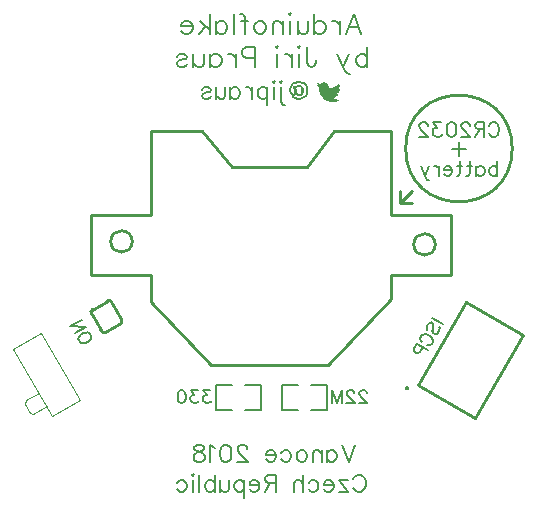
<source format=gbo>
G04 ---------------------------- Layer name :BOTTOM SILK LAYER*
G04 EasyEDA v5.8.22, Wed, 05 Dec 2018 12:37:06 GMT*
G04 38c36d2c5fec4219b0fe707d271aa1e6*
G04 Gerber Generator version 0.2*
G04 Scale: 100 percent, Rotated: No, Reflected: No *
G04 Dimensions in inches *
G04 leading zeros omitted , absolute positions ,2 integer and 4 decimal *
%FSLAX24Y24*%
%MOIN*%
G90*
G70D02*

%ADD10C,0.010000*%
%ADD25C,0.007870*%
%ADD28C,0.008000*%
%ADD29C,0.005000*%
%ADD30C,0.003937*%
%ADD31C,0.004000*%

%LPD*%

%LPD*%
G36*
G01X20502Y21921D02*
G01X20502Y21921D01*
G01X20502Y21921D01*
G01X20527Y21910D01*
G01X20549Y21896D01*
G01X20569Y21880D01*
G01X20585Y21861D01*
G01X20585Y21861D01*
G01X20600Y21838D01*
G01X20610Y21814D01*
G01X20616Y21788D01*
G01X20617Y21760D01*
G01X20617Y21727D01*
G01X20638Y21729D01*
G01X20638Y21729D01*
G01X20663Y21733D01*
G01X20688Y21738D01*
G01X20714Y21744D01*
G01X20738Y21752D01*
G01X20763Y21761D01*
G01X20787Y21771D01*
G01X20811Y21783D01*
G01X20835Y21796D01*
G01X20835Y21796D01*
G01X20849Y21806D01*
G01X20867Y21820D01*
G01X20887Y21836D01*
G01X20906Y21854D01*
G01X20906Y21854D01*
G01X20923Y21870D01*
G01X20937Y21883D01*
G01X20947Y21891D01*
G01X20951Y21895D01*
G01X20951Y21895D01*
G01X20953Y21893D01*
G01X20956Y21888D01*
G01X20959Y21882D01*
G01X20963Y21874D01*
G01X20963Y21874D01*
G01X20968Y21862D01*
G01X20970Y21848D01*
G01X20972Y21831D01*
G01X20973Y21810D01*
G01X20973Y21810D01*
G01X20972Y21786D01*
G01X20970Y21770D01*
G01X20965Y21755D01*
G01X20956Y21737D01*
G01X20956Y21737D01*
G01X20948Y21724D01*
G01X20939Y21711D01*
G01X20931Y21700D01*
G01X20924Y21693D01*
G01X20924Y21693D01*
G01X20916Y21685D01*
G01X20918Y21681D01*
G01X20928Y21682D01*
G01X20948Y21689D01*
G01X20948Y21689D01*
G01X20965Y21694D01*
G01X20974Y21694D01*
G01X20977Y21687D01*
G01X20975Y21671D01*
G01X20975Y21671D01*
G01X20970Y21651D01*
G01X20964Y21632D01*
G01X20955Y21614D01*
G01X20944Y21597D01*
G01X20932Y21582D01*
G01X20917Y21569D01*
G01X20902Y21557D01*
G01X20884Y21547D01*
G01X20853Y21532D01*
G01X20887Y21532D01*
G01X20921Y21532D01*
G01X20905Y21502D01*
G01X20905Y21502D01*
G01X20895Y21486D01*
G01X20884Y21471D01*
G01X20871Y21458D01*
G01X20857Y21447D01*
G01X20842Y21437D01*
G01X20825Y21429D01*
G01X20808Y21423D01*
G01X20789Y21418D01*
G01X20769Y21415D01*
G01X20794Y21399D01*
G01X20794Y21399D01*
G01X20815Y21388D01*
G01X20838Y21377D01*
G01X20864Y21368D01*
G01X20890Y21360D01*
G01X20917Y21354D01*
G01X20942Y21350D01*
G01X20965Y21348D01*
G01X20985Y21349D01*
G01X20985Y21349D01*
G01X20993Y21350D01*
G01X20999Y21350D01*
G01X21003Y21349D01*
G01X21005Y21348D01*
G01X21005Y21348D01*
G01X20995Y21339D01*
G01X20969Y21325D01*
G01X20935Y21310D01*
G01X20900Y21297D01*
G01X20900Y21297D01*
G01X20880Y21291D01*
G01X20858Y21285D01*
G01X20837Y21281D01*
G01X20815Y21278D01*
G01X20793Y21276D01*
G01X20770Y21274D01*
G01X20748Y21274D01*
G01X20726Y21275D01*
G01X20703Y21276D01*
G01X20681Y21279D01*
G01X20659Y21283D01*
G01X20637Y21288D01*
G01X20616Y21293D01*
G01X20594Y21300D01*
G01X20574Y21307D01*
G01X20553Y21316D01*
G01X20553Y21316D01*
G01X20532Y21327D01*
G01X20510Y21339D01*
G01X20489Y21353D01*
G01X20469Y21368D01*
G01X20449Y21385D01*
G01X20430Y21403D01*
G01X20412Y21422D01*
G01X20395Y21441D01*
G01X20379Y21462D01*
G01X20364Y21484D01*
G01X20350Y21506D01*
G01X20338Y21529D01*
G01X20338Y21529D01*
G01X20327Y21554D01*
G01X20316Y21580D01*
G01X20307Y21607D01*
G01X20299Y21635D01*
G01X20293Y21663D01*
G01X20288Y21691D01*
G01X20285Y21717D01*
G01X20284Y21741D01*
G01X20284Y21741D01*
G01X20283Y21752D01*
G01X20278Y21763D01*
G01X20266Y21778D01*
G01X20245Y21800D01*
G01X20245Y21800D01*
G01X20221Y21825D01*
G01X20208Y21841D01*
G01X20206Y21849D01*
G01X20214Y21848D01*
G01X20214Y21848D01*
G01X20220Y21846D01*
G01X20229Y21843D01*
G01X20242Y21839D01*
G01X20255Y21835D01*
G01X20288Y21826D01*
G01X20268Y21847D01*
G01X20268Y21847D01*
G01X20253Y21864D01*
G01X20239Y21885D01*
G01X20229Y21904D01*
G01X20227Y21913D01*
G01X20227Y21913D01*
G01X20230Y21913D01*
G01X20236Y21911D01*
G01X20245Y21907D01*
G01X20255Y21903D01*
G01X20255Y21903D01*
G01X20268Y21897D01*
G01X20282Y21892D01*
G01X20295Y21887D01*
G01X20308Y21883D01*
G01X20308Y21883D01*
G01X20322Y21879D01*
G01X20331Y21878D01*
G01X20337Y21881D01*
G01X20344Y21887D01*
G01X20344Y21887D01*
G01X20351Y21893D01*
G01X20360Y21899D01*
G01X20372Y21906D01*
G01X20385Y21912D01*
G01X20385Y21912D01*
G01X20415Y21923D01*
G01X20445Y21928D01*
G01X20474Y21927D01*
G01X20502Y21921D01*
G37*

%LPD*%
G54D10*
G01X24702Y15521D02*
G01X22702Y15521D01*
G01X22702Y15521D02*
G01X22702Y14721D01*
G01X22702Y14721D02*
G01X20602Y12521D01*
G01X20602Y12521D02*
G01X16702Y12521D01*
G01X16702Y12521D02*
G01X14701Y14621D01*
G01X14701Y14621D02*
G01X14701Y15521D01*
G01X14701Y15521D02*
G01X12701Y15521D01*
G01X12701Y15521D02*
G01X12701Y17521D01*
G01X12701Y17521D02*
G01X14701Y17521D01*
G01X14701Y17521D02*
G01X14701Y20321D01*
G01X14701Y20321D02*
G01X16402Y20321D01*
G01X16402Y20321D02*
G01X17402Y19121D01*
G01X17402Y19121D02*
G01X19902Y19121D01*
G01X19902Y19121D02*
G01X20802Y20321D01*
G01X20802Y20321D02*
G01X22702Y20321D01*
G01X22702Y20321D02*
G01X22702Y17521D01*
G01X22702Y17521D02*
G01X24702Y17521D01*
G01X24702Y17521D02*
G01X24702Y15521D01*
G54D30*
G01X10101Y13046D02*
G01X11401Y10796D01*
G01X12321Y11326D01*
G01X11023Y13578D01*
G01X10101Y13046D01*
G54D31*
G01X10948Y11580D02*
G01X10505Y11324D01*
G01X10475Y11217D01*
G01X10653Y10909D01*
G01X10761Y10880D01*
G01X11205Y11136D01*
G54D25*
G01X19584Y11013D02*
G01X19063Y11013D01*
G01X19063Y11828D01*
G01X19584Y11828D01*
G01X20028Y11013D02*
G01X20548Y11013D01*
G01X20548Y11828D01*
G01X20028Y11828D01*
G01X17819Y11828D02*
G01X18340Y11828D01*
G01X18340Y11013D01*
G01X17819Y11013D01*
G01X17375Y11828D02*
G01X16855Y11828D01*
G01X16855Y11013D01*
G01X17375Y11013D01*
G54D10*
G01X12709Y14194D02*
G01X13019Y13657D01*
G01X12726Y14342D02*
G01X13246Y14642D01*
G01X13157Y13599D02*
G01X13676Y13899D01*
G01X13694Y14048D02*
G01X13384Y14584D01*
G01X23582Y11835D02*
G01X25487Y10735D01*
G01X27087Y13506D01*
G01X25182Y14606D01*
G01X23582Y11835D01*
G01X23002Y17921D02*
G01X23002Y18321D01*
G01X23402Y18321D02*
G01X23002Y17921D01*
G01X23402Y17921D01*
G54D29*
G01X21882Y11563D02*
G01X21882Y11584D01*
G01X21861Y11626D01*
G01X21840Y11646D01*
G01X21800Y11665D01*
G01X21717Y11665D01*
G01X21677Y11646D01*
G01X21657Y11626D01*
G01X21636Y11584D01*
G01X21636Y11544D01*
G01X21657Y11503D01*
G01X21696Y11440D01*
G01X21902Y11236D01*
G01X21615Y11236D01*
G01X21459Y11563D02*
G01X21459Y11584D01*
G01X21440Y11626D01*
G01X21419Y11646D01*
G01X21378Y11665D01*
G01X21296Y11665D01*
G01X21255Y11646D01*
G01X21234Y11626D01*
G01X21215Y11584D01*
G01X21215Y11544D01*
G01X21234Y11503D01*
G01X21275Y11440D01*
G01X21480Y11236D01*
G01X21194Y11236D01*
G01X21059Y11665D02*
G01X21059Y11236D01*
G01X21059Y11665D02*
G01X20896Y11236D01*
G01X20732Y11665D02*
G01X20896Y11236D01*
G01X20732Y11665D02*
G01X20732Y11236D01*
G01X16661Y11665D02*
G01X16436Y11665D01*
G01X16559Y11503D01*
G01X16496Y11503D01*
G01X16457Y11482D01*
G01X16436Y11461D01*
G01X16415Y11401D01*
G01X16415Y11359D01*
G01X16436Y11298D01*
G01X16477Y11257D01*
G01X16538Y11236D01*
G01X16600Y11236D01*
G01X16661Y11257D01*
G01X16682Y11278D01*
G01X16702Y11319D01*
G01X16240Y11665D02*
G01X16015Y11665D01*
G01X16136Y11503D01*
G01X16075Y11503D01*
G01X16034Y11482D01*
G01X16015Y11461D01*
G01X15994Y11401D01*
G01X15994Y11359D01*
G01X16015Y11298D01*
G01X16055Y11257D01*
G01X16117Y11236D01*
G01X16178Y11236D01*
G01X16240Y11257D01*
G01X16259Y11278D01*
G01X16280Y11319D01*
G01X15736Y11665D02*
G01X15798Y11646D01*
G01X15838Y11584D01*
G01X15859Y11482D01*
G01X15859Y11421D01*
G01X15838Y11319D01*
G01X15798Y11257D01*
G01X15736Y11236D01*
G01X15696Y11236D01*
G01X15634Y11257D01*
G01X15592Y11319D01*
G01X15573Y11421D01*
G01X15573Y11482D01*
G01X15592Y11584D01*
G01X15634Y11646D01*
G01X15696Y11665D01*
G01X15736Y11665D01*
G01X12686Y13478D02*
G01X12689Y13433D01*
G01X12674Y13377D01*
G01X12649Y13338D01*
G01X12606Y13290D01*
G01X12518Y13239D01*
G01X12454Y13226D01*
G01X12408Y13223D01*
G01X12352Y13238D01*
G01X12315Y13264D01*
G01X12274Y13335D01*
G01X12271Y13380D01*
G01X12286Y13436D01*
G01X12311Y13474D01*
G01X12355Y13523D01*
G01X12443Y13574D01*
G01X12506Y13587D01*
G01X12552Y13589D01*
G01X12608Y13574D01*
G01X12645Y13549D01*
G01X12686Y13478D01*
G01X12517Y13772D02*
G01X12145Y13557D01*
G01X12517Y13772D02*
G01X12002Y13806D01*
G01X12373Y14021D02*
G01X12002Y13806D01*
G54D28*
G01X23203Y11707D02*
G01X23191Y11757D01*
G01X23240Y11770D01*
G01X23254Y11721D01*
G01X23203Y11707D01*
G01X24952Y19950D02*
G01X24952Y19459D01*
G01X25197Y19705D02*
G01X24706Y19705D01*
G01X21447Y24202D02*
G01X21702Y23534D01*
G01X21447Y24202D02*
G01X21192Y23534D01*
G01X21606Y23757D02*
G01X21288Y23757D01*
G01X20982Y23980D02*
G01X20982Y23534D01*
G01X20982Y23789D02*
G01X20951Y23884D01*
G01X20887Y23948D01*
G01X20823Y23980D01*
G01X20728Y23980D01*
G01X20136Y24202D02*
G01X20136Y23534D01*
G01X20136Y23884D02*
G01X20200Y23948D01*
G01X20263Y23980D01*
G01X20359Y23980D01*
G01X20422Y23948D01*
G01X20486Y23884D01*
G01X20518Y23789D01*
G01X20518Y23725D01*
G01X20486Y23630D01*
G01X20422Y23566D01*
G01X20359Y23534D01*
G01X20263Y23534D01*
G01X20200Y23566D01*
G01X20136Y23630D01*
G01X19926Y23980D02*
G01X19926Y23661D01*
G01X19894Y23566D01*
G01X19831Y23534D01*
G01X19735Y23534D01*
G01X19671Y23566D01*
G01X19576Y23661D01*
G01X19576Y23980D02*
G01X19576Y23534D01*
G01X19366Y24202D02*
G01X19334Y24171D01*
G01X19302Y24202D01*
G01X19334Y24234D01*
G01X19366Y24202D01*
G01X19334Y23980D02*
G01X19334Y23534D01*
G01X19092Y23980D02*
G01X19092Y23534D01*
G01X19092Y23852D02*
G01X18997Y23948D01*
G01X18933Y23980D01*
G01X18838Y23980D01*
G01X18774Y23948D01*
G01X18742Y23852D01*
G01X18742Y23534D01*
G01X18373Y23980D02*
G01X18437Y23948D01*
G01X18501Y23884D01*
G01X18532Y23789D01*
G01X18532Y23725D01*
G01X18501Y23630D01*
G01X18437Y23566D01*
G01X18373Y23534D01*
G01X18278Y23534D01*
G01X18214Y23566D01*
G01X18151Y23630D01*
G01X18119Y23725D01*
G01X18119Y23789D01*
G01X18151Y23884D01*
G01X18214Y23948D01*
G01X18278Y23980D01*
G01X18373Y23980D01*
G01X17654Y24202D02*
G01X17718Y24202D01*
G01X17782Y24171D01*
G01X17813Y24075D01*
G01X17813Y23534D01*
G01X17909Y23980D02*
G01X17686Y23980D01*
G01X17444Y24202D02*
G01X17444Y23534D01*
G01X16852Y23980D02*
G01X16852Y23534D01*
G01X16852Y23884D02*
G01X16916Y23948D01*
G01X16980Y23980D01*
G01X17075Y23980D01*
G01X17139Y23948D01*
G01X17202Y23884D01*
G01X17234Y23789D01*
G01X17234Y23725D01*
G01X17202Y23630D01*
G01X17139Y23566D01*
G01X17075Y23534D01*
G01X16980Y23534D01*
G01X16916Y23566D01*
G01X16852Y23630D01*
G01X16642Y24202D02*
G01X16642Y23534D01*
G01X16324Y23980D02*
G01X16642Y23661D01*
G01X16515Y23789D02*
G01X16292Y23534D01*
G01X16082Y23789D02*
G01X15701Y23789D01*
G01X15701Y23852D01*
G01X15732Y23916D01*
G01X15764Y23948D01*
G01X15828Y23980D01*
G01X15923Y23980D01*
G01X15987Y23948D01*
G01X16051Y23884D01*
G01X16082Y23789D01*
G01X16082Y23725D01*
G01X16051Y23630D01*
G01X15987Y23566D01*
G01X15923Y23534D01*
G01X15828Y23534D01*
G01X15764Y23566D01*
G01X15701Y23630D01*
G01X21437Y8711D02*
G01X21464Y8766D01*
G01X21518Y8821D01*
G01X21573Y8848D01*
G01X21682Y8848D01*
G01X21737Y8821D01*
G01X21791Y8766D01*
G01X21818Y8711D01*
G01X21846Y8630D01*
G01X21846Y8493D01*
G01X21818Y8411D01*
G01X21791Y8357D01*
G01X21737Y8302D01*
G01X21682Y8275D01*
G01X21573Y8275D01*
G01X21518Y8302D01*
G01X21464Y8357D01*
G01X21437Y8411D01*
G01X20957Y8657D02*
G01X21257Y8275D01*
G01X21257Y8657D02*
G01X20957Y8657D01*
G01X21257Y8275D02*
G01X20957Y8275D01*
G01X20777Y8493D02*
G01X20449Y8493D01*
G01X20449Y8548D01*
G01X20477Y8602D01*
G01X20504Y8630D01*
G01X20558Y8657D01*
G01X20640Y8657D01*
G01X20695Y8630D01*
G01X20749Y8575D01*
G01X20777Y8493D01*
G01X20777Y8439D01*
G01X20749Y8357D01*
G01X20695Y8302D01*
G01X20640Y8275D01*
G01X20558Y8275D01*
G01X20504Y8302D01*
G01X20449Y8357D01*
G01X19942Y8575D02*
G01X19997Y8630D01*
G01X20051Y8657D01*
G01X20133Y8657D01*
G01X20187Y8630D01*
G01X20242Y8575D01*
G01X20269Y8493D01*
G01X20269Y8439D01*
G01X20242Y8357D01*
G01X20187Y8302D01*
G01X20133Y8275D01*
G01X20051Y8275D01*
G01X19997Y8302D01*
G01X19942Y8357D01*
G01X19762Y8848D02*
G01X19762Y8275D01*
G01X19762Y8548D02*
G01X19680Y8630D01*
G01X19626Y8657D01*
G01X19544Y8657D01*
G01X19489Y8630D01*
G01X19462Y8548D01*
G01X19462Y8275D01*
G01X18862Y8848D02*
G01X18862Y8275D01*
G01X18862Y8848D02*
G01X18617Y8848D01*
G01X18535Y8821D01*
G01X18507Y8793D01*
G01X18480Y8739D01*
G01X18480Y8684D01*
G01X18507Y8630D01*
G01X18535Y8602D01*
G01X18617Y8575D01*
G01X18862Y8575D01*
G01X18671Y8575D02*
G01X18480Y8275D01*
G01X18300Y8493D02*
G01X17973Y8493D01*
G01X17973Y8548D01*
G01X18000Y8602D01*
G01X18027Y8630D01*
G01X18082Y8657D01*
G01X18164Y8657D01*
G01X18218Y8630D01*
G01X18273Y8575D01*
G01X18300Y8493D01*
G01X18300Y8439D01*
G01X18273Y8357D01*
G01X18218Y8302D01*
G01X18164Y8275D01*
G01X18082Y8275D01*
G01X18027Y8302D01*
G01X17973Y8357D01*
G01X17793Y8657D02*
G01X17793Y8084D01*
G01X17793Y8575D02*
G01X17738Y8630D01*
G01X17684Y8657D01*
G01X17602Y8657D01*
G01X17547Y8630D01*
G01X17493Y8575D01*
G01X17466Y8493D01*
G01X17466Y8439D01*
G01X17493Y8357D01*
G01X17547Y8302D01*
G01X17602Y8275D01*
G01X17684Y8275D01*
G01X17738Y8302D01*
G01X17793Y8357D01*
G01X17286Y8657D02*
G01X17286Y8384D01*
G01X17258Y8302D01*
G01X17204Y8275D01*
G01X17122Y8275D01*
G01X17067Y8302D01*
G01X16986Y8384D01*
G01X16986Y8657D02*
G01X16986Y8275D01*
G01X16806Y8848D02*
G01X16806Y8275D01*
G01X16806Y8575D02*
G01X16751Y8630D01*
G01X16697Y8657D01*
G01X16615Y8657D01*
G01X16560Y8630D01*
G01X16506Y8575D01*
G01X16478Y8493D01*
G01X16478Y8439D01*
G01X16506Y8357D01*
G01X16560Y8302D01*
G01X16615Y8275D01*
G01X16697Y8275D01*
G01X16751Y8302D01*
G01X16806Y8357D01*
G01X16298Y8848D02*
G01X16298Y8275D01*
G01X16118Y8848D02*
G01X16091Y8821D01*
G01X16064Y8848D01*
G01X16091Y8875D01*
G01X16118Y8848D01*
G01X16091Y8657D02*
G01X16091Y8275D01*
G01X15557Y8575D02*
G01X15611Y8630D01*
G01X15666Y8657D01*
G01X15747Y8657D01*
G01X15802Y8630D01*
G01X15857Y8575D01*
G01X15884Y8493D01*
G01X15884Y8439D01*
G01X15857Y8357D01*
G01X15802Y8302D01*
G01X15747Y8275D01*
G01X15666Y8275D01*
G01X15611Y8302D01*
G01X15557Y8357D01*
G01X21902Y23102D02*
G01X21902Y22434D01*
G01X21902Y22784D02*
G01X21838Y22848D01*
G01X21774Y22880D01*
G01X21679Y22880D01*
G01X21615Y22848D01*
G01X21552Y22784D01*
G01X21520Y22689D01*
G01X21520Y22625D01*
G01X21552Y22530D01*
G01X21615Y22466D01*
G01X21679Y22434D01*
G01X21774Y22434D01*
G01X21838Y22466D01*
G01X21902Y22530D01*
G01X21278Y22880D02*
G01X21087Y22434D01*
G01X20896Y22880D02*
G01X21087Y22434D01*
G01X21151Y22307D01*
G01X21214Y22243D01*
G01X21278Y22211D01*
G01X21310Y22211D01*
G01X19878Y23102D02*
G01X19878Y22593D01*
G01X19910Y22498D01*
G01X19942Y22466D01*
G01X20005Y22434D01*
G01X20069Y22434D01*
G01X20132Y22466D01*
G01X20164Y22498D01*
G01X20196Y22593D01*
G01X20196Y22657D01*
G01X19668Y23102D02*
G01X19636Y23071D01*
G01X19604Y23102D01*
G01X19636Y23134D01*
G01X19668Y23102D01*
G01X19636Y22880D02*
G01X19636Y22434D01*
G01X19394Y22880D02*
G01X19394Y22434D01*
G01X19394Y22689D02*
G01X19362Y22784D01*
G01X19299Y22848D01*
G01X19235Y22880D01*
G01X19140Y22880D01*
G01X18930Y23102D02*
G01X18898Y23071D01*
G01X18866Y23102D01*
G01X18898Y23134D01*
G01X18930Y23102D01*
G01X18898Y22880D02*
G01X18898Y22434D01*
G01X18166Y23102D02*
G01X18166Y22434D01*
G01X18166Y23102D02*
G01X17880Y23102D01*
G01X17784Y23071D01*
G01X17752Y23039D01*
G01X17721Y22975D01*
G01X17721Y22880D01*
G01X17752Y22816D01*
G01X17784Y22784D01*
G01X17880Y22752D01*
G01X18166Y22752D01*
G01X17511Y22880D02*
G01X17511Y22434D01*
G01X17511Y22689D02*
G01X17479Y22784D01*
G01X17415Y22848D01*
G01X17352Y22880D01*
G01X17256Y22880D01*
G01X16664Y22880D02*
G01X16664Y22434D01*
G01X16664Y22784D02*
G01X16728Y22848D01*
G01X16792Y22880D01*
G01X16887Y22880D01*
G01X16951Y22848D01*
G01X17014Y22784D01*
G01X17046Y22689D01*
G01X17046Y22625D01*
G01X17014Y22530D01*
G01X16951Y22466D01*
G01X16887Y22434D01*
G01X16792Y22434D01*
G01X16728Y22466D01*
G01X16664Y22530D01*
G01X16454Y22880D02*
G01X16454Y22561D01*
G01X16422Y22466D01*
G01X16359Y22434D01*
G01X16263Y22434D01*
G01X16200Y22466D01*
G01X16104Y22561D01*
G01X16104Y22880D02*
G01X16104Y22434D01*
G01X15544Y22784D02*
G01X15576Y22848D01*
G01X15671Y22880D01*
G01X15767Y22880D01*
G01X15862Y22848D01*
G01X15894Y22784D01*
G01X15862Y22721D01*
G01X15799Y22689D01*
G01X15640Y22657D01*
G01X15576Y22625D01*
G01X15544Y22561D01*
G01X15544Y22530D01*
G01X15576Y22466D01*
G01X15671Y22434D01*
G01X15767Y22434D01*
G01X15862Y22466D01*
G01X15894Y22530D01*
G01X19492Y21730D02*
G01X19520Y21784D01*
G01X19574Y21811D01*
G01X19656Y21811D01*
G01X19711Y21784D01*
G01X19738Y21757D01*
G01X19765Y21675D01*
G01X19765Y21593D01*
G01X19738Y21539D01*
G01X19683Y21511D01*
G01X19602Y21511D01*
G01X19547Y21539D01*
G01X19520Y21593D01*
G01X19656Y21811D02*
G01X19711Y21757D01*
G01X19738Y21675D01*
G01X19738Y21593D01*
G01X19711Y21539D01*
G01X19683Y21511D01*
G01X19492Y21811D02*
G01X19520Y21593D01*
G01X19520Y21539D01*
G01X19465Y21511D01*
G01X19411Y21511D01*
G01X19356Y21566D01*
G01X19329Y21648D01*
G01X19329Y21702D01*
G01X19356Y21784D01*
G01X19383Y21839D01*
G01X19438Y21893D01*
G01X19492Y21921D01*
G01X19574Y21948D01*
G01X19656Y21948D01*
G01X19738Y21921D01*
G01X19792Y21893D01*
G01X19847Y21839D01*
G01X19874Y21784D01*
G01X19902Y21702D01*
G01X19902Y21621D01*
G01X19874Y21539D01*
G01X19847Y21484D01*
G01X19792Y21430D01*
G01X19738Y21402D01*
G01X19656Y21375D01*
G01X19574Y21375D01*
G01X19492Y21402D01*
G01X19438Y21430D01*
G01X19411Y21457D01*
G01X19465Y21811D02*
G01X19492Y21593D01*
G01X19492Y21539D01*
G01X19465Y21511D01*
G01X19040Y21948D02*
G01X19012Y21921D01*
G01X18985Y21948D01*
G01X19012Y21975D01*
G01X19040Y21948D01*
G01X19012Y21757D02*
G01X19012Y21293D01*
G01X19040Y21211D01*
G01X19094Y21184D01*
G01X19149Y21184D01*
G01X18805Y21948D02*
G01X18778Y21921D01*
G01X18751Y21948D01*
G01X18778Y21975D01*
G01X18805Y21948D01*
G01X18778Y21757D02*
G01X18778Y21375D01*
G01X18571Y21757D02*
G01X18571Y21184D01*
G01X18571Y21675D02*
G01X18516Y21730D01*
G01X18461Y21757D01*
G01X18380Y21757D01*
G01X18325Y21730D01*
G01X18271Y21675D01*
G01X18243Y21593D01*
G01X18243Y21539D01*
G01X18271Y21457D01*
G01X18325Y21402D01*
G01X18380Y21375D01*
G01X18461Y21375D01*
G01X18516Y21402D01*
G01X18571Y21457D01*
G01X18063Y21757D02*
G01X18063Y21375D01*
G01X18063Y21593D02*
G01X18036Y21675D01*
G01X17982Y21730D01*
G01X17927Y21757D01*
G01X17845Y21757D01*
G01X17338Y21757D02*
G01X17338Y21375D01*
G01X17338Y21675D02*
G01X17392Y21730D01*
G01X17447Y21757D01*
G01X17529Y21757D01*
G01X17583Y21730D01*
G01X17638Y21675D01*
G01X17665Y21593D01*
G01X17665Y21539D01*
G01X17638Y21457D01*
G01X17583Y21402D01*
G01X17529Y21375D01*
G01X17447Y21375D01*
G01X17392Y21402D01*
G01X17338Y21457D01*
G01X17158Y21757D02*
G01X17158Y21484D01*
G01X17131Y21402D01*
G01X17076Y21375D01*
G01X16994Y21375D01*
G01X16940Y21402D01*
G01X16858Y21484D01*
G01X16858Y21757D02*
G01X16858Y21375D01*
G01X16378Y21675D02*
G01X16405Y21730D01*
G01X16487Y21757D01*
G01X16569Y21757D01*
G01X16651Y21730D01*
G01X16678Y21675D01*
G01X16651Y21621D01*
G01X16596Y21593D01*
G01X16460Y21566D01*
G01X16405Y21539D01*
G01X16378Y21484D01*
G01X16378Y21457D01*
G01X16405Y21402D01*
G01X16487Y21375D01*
G01X16569Y21375D01*
G01X16651Y21402D01*
G01X16678Y21457D01*
G01X21502Y9848D02*
G01X21283Y9275D01*
G01X21065Y9848D02*
G01X21283Y9275D01*
G01X20558Y9657D02*
G01X20558Y9275D01*
G01X20558Y9575D02*
G01X20612Y9630D01*
G01X20667Y9657D01*
G01X20749Y9657D01*
G01X20803Y9630D01*
G01X20858Y9575D01*
G01X20885Y9493D01*
G01X20885Y9439D01*
G01X20858Y9357D01*
G01X20803Y9302D01*
G01X20749Y9275D01*
G01X20667Y9275D01*
G01X20612Y9302D01*
G01X20558Y9357D01*
G01X20378Y9657D02*
G01X20378Y9275D01*
G01X20378Y9548D02*
G01X20296Y9630D01*
G01X20242Y9657D01*
G01X20160Y9657D01*
G01X20105Y9630D01*
G01X20078Y9548D01*
G01X20078Y9275D01*
G01X19761Y9657D02*
G01X19816Y9630D01*
G01X19871Y9575D01*
G01X19898Y9493D01*
G01X19898Y9439D01*
G01X19871Y9357D01*
G01X19816Y9302D01*
G01X19761Y9275D01*
G01X19680Y9275D01*
G01X19625Y9302D01*
G01X19571Y9357D01*
G01X19543Y9439D01*
G01X19543Y9493D01*
G01X19571Y9575D01*
G01X19625Y9630D01*
G01X19680Y9657D01*
G01X19761Y9657D01*
G01X19036Y9575D02*
G01X19091Y9630D01*
G01X19145Y9657D01*
G01X19227Y9657D01*
G01X19282Y9630D01*
G01X19336Y9575D01*
G01X19363Y9493D01*
G01X19363Y9439D01*
G01X19336Y9357D01*
G01X19282Y9302D01*
G01X19227Y9275D01*
G01X19145Y9275D01*
G01X19091Y9302D01*
G01X19036Y9357D01*
G01X18856Y9493D02*
G01X18529Y9493D01*
G01X18529Y9548D01*
G01X18556Y9602D01*
G01X18583Y9630D01*
G01X18638Y9657D01*
G01X18720Y9657D01*
G01X18774Y9630D01*
G01X18829Y9575D01*
G01X18856Y9493D01*
G01X18856Y9439D01*
G01X18829Y9357D01*
G01X18774Y9302D01*
G01X18720Y9275D01*
G01X18638Y9275D01*
G01X18583Y9302D01*
G01X18529Y9357D01*
G01X17902Y9711D02*
G01X17902Y9739D01*
G01X17874Y9793D01*
G01X17847Y9821D01*
G01X17792Y9848D01*
G01X17683Y9848D01*
G01X17629Y9821D01*
G01X17602Y9793D01*
G01X17574Y9739D01*
G01X17574Y9684D01*
G01X17602Y9630D01*
G01X17656Y9548D01*
G01X17929Y9275D01*
G01X17547Y9275D01*
G01X17203Y9848D02*
G01X17285Y9821D01*
G01X17340Y9739D01*
G01X17367Y9602D01*
G01X17367Y9521D01*
G01X17340Y9384D01*
G01X17285Y9302D01*
G01X17203Y9275D01*
G01X17149Y9275D01*
G01X17067Y9302D01*
G01X17012Y9384D01*
G01X16985Y9521D01*
G01X16985Y9602D01*
G01X17012Y9739D01*
G01X17067Y9821D01*
G01X17149Y9848D01*
G01X17203Y9848D01*
G01X16805Y9739D02*
G01X16751Y9766D01*
G01X16669Y9848D01*
G01X16669Y9275D01*
G01X16352Y9848D02*
G01X16434Y9821D01*
G01X16461Y9766D01*
G01X16461Y9711D01*
G01X16434Y9657D01*
G01X16380Y9630D01*
G01X16271Y9602D01*
G01X16189Y9575D01*
G01X16134Y9521D01*
G01X16107Y9466D01*
G01X16107Y9384D01*
G01X16134Y9330D01*
G01X16161Y9302D01*
G01X16243Y9275D01*
G01X16352Y9275D01*
G01X16434Y9302D01*
G01X16461Y9330D01*
G01X16489Y9384D01*
G01X16489Y9466D01*
G01X16461Y9521D01*
G01X16407Y9575D01*
G01X16325Y9602D01*
G01X16216Y9630D01*
G01X16161Y9657D01*
G01X16134Y9711D01*
G01X16134Y9766D01*
G01X16161Y9821D01*
G01X16243Y9848D01*
G01X16352Y9848D01*
G54D29*
G01X24048Y14079D02*
G01X24420Y13864D01*
G01X23891Y13684D02*
G01X23876Y13739D01*
G01X23889Y13803D01*
G01X23930Y13874D01*
G01X23978Y13917D01*
G01X24034Y13932D01*
G01X24069Y13911D01*
G01X24095Y13873D01*
G01X24102Y13845D01*
G01X24099Y13799D01*
G01X24073Y13673D01*
G01X24071Y13627D01*
G01X24078Y13599D01*
G01X24103Y13561D01*
G01X24157Y13530D01*
G01X24212Y13545D01*
G01X24261Y13588D01*
G01X24302Y13659D01*
G01X24315Y13722D01*
G01X24300Y13778D01*
G01X23705Y13280D02*
G01X23680Y13319D01*
G01X23665Y13375D01*
G01X23668Y13420D01*
G01X23709Y13491D01*
G01X23747Y13516D01*
G01X23803Y13531D01*
G01X23849Y13528D01*
G01X23912Y13516D01*
G01X24000Y13464D01*
G01X24043Y13416D01*
G01X24069Y13378D01*
G01X24084Y13322D01*
G01X24081Y13276D01*
G01X24040Y13205D01*
G01X24002Y13180D01*
G01X23946Y13165D01*
G01X23900Y13168D01*
G01X23549Y13215D02*
G01X23921Y13000D01*
G01X23549Y13215D02*
G01X23457Y13055D01*
G01X23444Y12992D01*
G01X23452Y12964D01*
G01X23477Y12926D01*
G01X23530Y12895D01*
G01X23576Y12892D01*
G01X23604Y12900D01*
G01X23652Y12943D01*
G01X23744Y13102D01*
G54D28*
G01X25951Y20480D02*
G01X25974Y20525D01*
G01X26020Y20571D01*
G01X26065Y20593D01*
G01X26156Y20593D01*
G01X26201Y20571D01*
G01X26247Y20525D01*
G01X26270Y20480D01*
G01X26292Y20411D01*
G01X26292Y20298D01*
G01X26270Y20230D01*
G01X26247Y20184D01*
G01X26201Y20139D01*
G01X26156Y20116D01*
G01X26065Y20116D01*
G01X26020Y20139D01*
G01X25974Y20184D01*
G01X25951Y20230D01*
G01X25801Y20593D02*
G01X25801Y20116D01*
G01X25801Y20593D02*
G01X25597Y20593D01*
G01X25529Y20571D01*
G01X25506Y20548D01*
G01X25483Y20502D01*
G01X25483Y20457D01*
G01X25506Y20411D01*
G01X25529Y20389D01*
G01X25597Y20366D01*
G01X25801Y20366D01*
G01X25642Y20366D02*
G01X25483Y20116D01*
G01X25311Y20480D02*
G01X25311Y20502D01*
G01X25288Y20548D01*
G01X25265Y20571D01*
G01X25220Y20593D01*
G01X25129Y20593D01*
G01X25083Y20571D01*
G01X25061Y20548D01*
G01X25038Y20502D01*
G01X25038Y20457D01*
G01X25061Y20411D01*
G01X25106Y20343D01*
G01X25333Y20116D01*
G01X25015Y20116D01*
G01X24729Y20593D02*
G01X24797Y20571D01*
G01X24842Y20502D01*
G01X24865Y20389D01*
G01X24865Y20321D01*
G01X24842Y20207D01*
G01X24797Y20139D01*
G01X24729Y20116D01*
G01X24683Y20116D01*
G01X24615Y20139D01*
G01X24570Y20207D01*
G01X24547Y20321D01*
G01X24547Y20389D01*
G01X24570Y20502D01*
G01X24615Y20571D01*
G01X24683Y20593D01*
G01X24729Y20593D01*
G01X24351Y20593D02*
G01X24101Y20593D01*
G01X24238Y20411D01*
G01X24170Y20411D01*
G01X24124Y20389D01*
G01X24101Y20366D01*
G01X24079Y20298D01*
G01X24079Y20252D01*
G01X24101Y20184D01*
G01X24147Y20139D01*
G01X24215Y20116D01*
G01X24283Y20116D01*
G01X24351Y20139D01*
G01X24374Y20161D01*
G01X24397Y20207D01*
G01X23906Y20480D02*
G01X23906Y20502D01*
G01X23883Y20548D01*
G01X23861Y20571D01*
G01X23815Y20593D01*
G01X23724Y20593D01*
G01X23679Y20571D01*
G01X23656Y20548D01*
G01X23633Y20502D01*
G01X23633Y20457D01*
G01X23656Y20411D01*
G01X23701Y20343D01*
G01X23929Y20116D01*
G01X23611Y20116D01*
G01X26231Y19293D02*
G01X26231Y18816D01*
G01X26231Y19066D02*
G01X26186Y19111D01*
G01X26140Y19134D01*
G01X26072Y19134D01*
G01X26026Y19111D01*
G01X25981Y19066D01*
G01X25958Y18998D01*
G01X25958Y18952D01*
G01X25981Y18884D01*
G01X26026Y18839D01*
G01X26072Y18816D01*
G01X26140Y18816D01*
G01X26186Y18839D01*
G01X26231Y18884D01*
G01X25536Y19134D02*
G01X25536Y18816D01*
G01X25536Y19066D02*
G01X25581Y19111D01*
G01X25626Y19134D01*
G01X25695Y19134D01*
G01X25740Y19111D01*
G01X25786Y19066D01*
G01X25808Y18998D01*
G01X25808Y18952D01*
G01X25786Y18884D01*
G01X25740Y18839D01*
G01X25695Y18816D01*
G01X25626Y18816D01*
G01X25581Y18839D01*
G01X25536Y18884D01*
G01X25317Y19293D02*
G01X25317Y18907D01*
G01X25295Y18839D01*
G01X25249Y18816D01*
G01X25204Y18816D01*
G01X25386Y19134D02*
G01X25226Y19134D01*
G01X24986Y19293D02*
G01X24986Y18907D01*
G01X24963Y18839D01*
G01X24917Y18816D01*
G01X24872Y18816D01*
G01X25054Y19134D02*
G01X24895Y19134D01*
G01X24722Y18998D02*
G01X24449Y18998D01*
G01X24449Y19043D01*
G01X24472Y19089D01*
G01X24495Y19111D01*
G01X24540Y19134D01*
G01X24608Y19134D01*
G01X24654Y19111D01*
G01X24699Y19066D01*
G01X24722Y18998D01*
G01X24722Y18952D01*
G01X24699Y18884D01*
G01X24654Y18839D01*
G01X24608Y18816D01*
G01X24540Y18816D01*
G01X24495Y18839D01*
G01X24449Y18884D01*
G01X24299Y19134D02*
G01X24299Y18816D01*
G01X24299Y18998D02*
G01X24276Y19066D01*
G01X24231Y19111D01*
G01X24186Y19134D01*
G01X24117Y19134D01*
G01X23945Y19134D02*
G01X23808Y18816D01*
G01X23672Y19134D02*
G01X23808Y18816D01*
G01X23854Y18725D01*
G01X23899Y18680D01*
G01X23945Y18657D01*
G01X23967Y18657D01*
G54D10*
G75*
G01X13385Y14591D02*
G3X13241Y14644I-99J-46D01*
G01*
G75*
G01X13674Y13894D02*
G3X13700Y14045I-63J89D01*
G01*
G75*
G01X13163Y13598D02*
G2X13019Y13651I-46J99D01*
G01*
G75*
G01X12704Y14197D02*
G2X12730Y14348I89J63D01*
G01*
G75*
G01X24162Y16521D02*
G03X24162Y16521I-360J0D01*
G01*
G75*
G01X14062Y16621D02*
G03X14062Y16621I-360J0D01*
G01*
G75*
G01X26728Y19721D02*
G03X26728Y19721I-1776J0D01*
G01*
M00*
M02*

</source>
